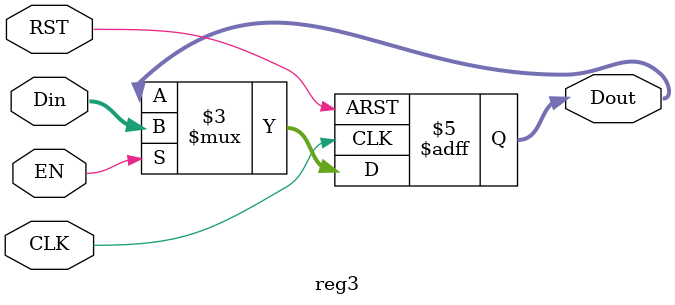
<source format=v>
`timescale 1ns / 1ps

module reg3(
    input [2:0] Din,
    input EN,
    input CLK,
    input RST,
    output reg [2:0] Dout
    );
    initial Dout <= 0;
    always @(posedge CLK or posedge RST) begin
        if (RST) Dout <= 0;
        else if (EN) Dout <= Din;
    end
endmodule

</source>
